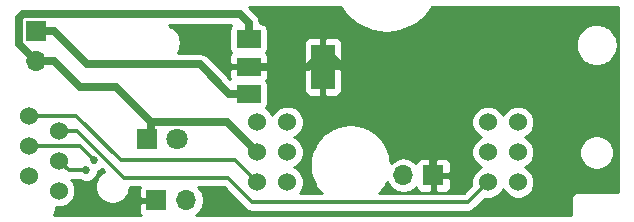
<source format=gtl>
G04 #@! TF.FileFunction,Copper,L1,Top,Signal*
%FSLAX46Y46*%
G04 Gerber Fmt 4.6, Leading zero omitted, Abs format (unit mm)*
G04 Created by KiCad (PCBNEW 4.0.7) date 03/23/18 08:01:55*
%MOMM*%
%LPD*%
G01*
G04 APERTURE LIST*
%ADD10C,0.127000*%
%ADD11R,1.700000X1.700000*%
%ADD12O,1.700000X1.700000*%
%ADD13C,1.524000*%
%ADD14R,2.000000X3.800000*%
%ADD15R,2.000000X1.500000*%
%ADD16R,1.800000X1.800000*%
%ADD17C,1.800000*%
%ADD18C,0.685800*%
%ADD19C,0.650000*%
%ADD20C,0.300000*%
%ADD21C,0.254000*%
G04 APERTURE END LIST*
D10*
D11*
X128753000Y-107137000D03*
D12*
X131293000Y-107137000D03*
D11*
X118542000Y-92786200D03*
D12*
X118542000Y-95326200D03*
D13*
X117958000Y-99949000D03*
X117958000Y-102489000D03*
X117958000Y-105029000D03*
X120498000Y-101219000D03*
X120498000Y-103759000D03*
X120498000Y-106299000D03*
D11*
X152197000Y-105004000D03*
D12*
X149657000Y-105004000D03*
D13*
X159360000Y-100508000D03*
X159360000Y-103048000D03*
X159360000Y-105588000D03*
X156820000Y-100508000D03*
X156820000Y-103048000D03*
X156820000Y-105588000D03*
X139827000Y-100508000D03*
X139827000Y-103048000D03*
X139827000Y-105588000D03*
X137287000Y-100508000D03*
X137287000Y-103048000D03*
X137287000Y-105588000D03*
D14*
X142850000Y-95808800D03*
D15*
X136550000Y-95808800D03*
X136550000Y-98108800D03*
X136550000Y-93508800D03*
D16*
X127940000Y-101956000D03*
D17*
X130480000Y-101956000D03*
D18*
X123505400Y-103733000D03*
X122812100Y-104592000D03*
D19*
X117112600Y-93896800D02*
X118542000Y-95326200D01*
X117112600Y-91657600D02*
X117112600Y-93896800D01*
X117413400Y-91356800D02*
X117112600Y-91657600D01*
X135798000Y-91356800D02*
X117413400Y-91356800D01*
X136550000Y-92108800D02*
X135798000Y-91356800D01*
X136550000Y-93508800D02*
X136550000Y-92108800D01*
X118542000Y-95326200D02*
X120042000Y-95326200D01*
X128274100Y-101621900D02*
X128274100Y-100471700D01*
X127940000Y-101956000D02*
X128274100Y-101621900D01*
X134710700Y-100471700D02*
X128274100Y-100471700D01*
X137287000Y-103048000D02*
X134710700Y-100471700D01*
X122252400Y-97536600D02*
X120042000Y-95326200D01*
X125339000Y-97536600D02*
X122252400Y-97536600D01*
X128274100Y-100471700D02*
X125339000Y-97536600D01*
X142850000Y-95808800D02*
X142850000Y-94533800D01*
X152197000Y-105004000D02*
X152197000Y-103504000D01*
X143226800Y-94533800D02*
X142850000Y-94533800D01*
X152197000Y-103504000D02*
X143226800Y-94533800D01*
X141575000Y-95808800D02*
X142850000Y-94533800D01*
X136550000Y-95808800D02*
X141575000Y-95808800D01*
D20*
X155098400Y-107309600D02*
X156820000Y-105588000D01*
X136846200Y-107309600D02*
X155098400Y-107309600D01*
X134788500Y-105251900D02*
X136846200Y-107309600D01*
X126041700Y-105251900D02*
X134788500Y-105251900D01*
X122008800Y-101219000D02*
X126041700Y-105251900D01*
X120498000Y-101219000D02*
X122008800Y-101219000D01*
X121913800Y-99949000D02*
X117958000Y-99949000D01*
X125711300Y-103746500D02*
X121913800Y-99949000D01*
X135445500Y-103746500D02*
X125711300Y-103746500D01*
X137287000Y-105588000D02*
X135445500Y-103746500D01*
X122261400Y-102489000D02*
X123505400Y-103733000D01*
X117958000Y-102489000D02*
X122261400Y-102489000D01*
X121331000Y-104592000D02*
X122812100Y-104592000D01*
X120498000Y-103759000D02*
X121331000Y-104592000D01*
D19*
X122873300Y-95617500D02*
X120042000Y-92786200D01*
X132408700Y-95617500D02*
X122873300Y-95617500D01*
X134900000Y-98108800D02*
X132408700Y-95617500D01*
X136550000Y-98108800D02*
X134900000Y-98108800D01*
X118542000Y-92786200D02*
X120042000Y-92786200D01*
D21*
G36*
X144753595Y-91356444D02*
X144821410Y-91424298D01*
X144881211Y-91499318D01*
X145710989Y-92200296D01*
X145794950Y-92246722D01*
X145873179Y-92302243D01*
X146864619Y-92746031D01*
X146958147Y-92767390D01*
X147048697Y-92799079D01*
X148124259Y-92950968D01*
X148220043Y-92945593D01*
X148315827Y-92950968D01*
X149391389Y-92799079D01*
X149481937Y-92767390D01*
X149575466Y-92746031D01*
X150566907Y-92302243D01*
X150645139Y-92246719D01*
X150729096Y-92200296D01*
X151558876Y-91499317D01*
X151618675Y-91424300D01*
X151686492Y-91356444D01*
X152086311Y-90757698D01*
X167835043Y-90757698D01*
X167835043Y-106387698D01*
X164520043Y-106387698D01*
X164257905Y-106439841D01*
X164035675Y-106588330D01*
X163887186Y-106810560D01*
X163835043Y-107072698D01*
X163835043Y-108387698D01*
X132086309Y-108387698D01*
X132343054Y-108216147D01*
X132664961Y-107734378D01*
X132778000Y-107166093D01*
X132778000Y-107107907D01*
X132664961Y-106539622D01*
X132343054Y-106057853D01*
X132311696Y-106036900D01*
X134463342Y-106036900D01*
X136291121Y-107864679D01*
X136545793Y-108034845D01*
X136846200Y-108094600D01*
X155098400Y-108094600D01*
X155398807Y-108034845D01*
X155653479Y-107864679D01*
X156535601Y-106982557D01*
X156540900Y-106984757D01*
X157096661Y-106985242D01*
X157610303Y-106773010D01*
X158003629Y-106380370D01*
X158089949Y-106172488D01*
X158174990Y-106378303D01*
X158567630Y-106771629D01*
X159080900Y-106984757D01*
X159636661Y-106985242D01*
X160150303Y-106773010D01*
X160543629Y-106380370D01*
X160756757Y-105867100D01*
X160757242Y-105311339D01*
X160545010Y-104797697D01*
X160152370Y-104404371D01*
X159944488Y-104318051D01*
X160150303Y-104233010D01*
X160543629Y-103840370D01*
X160756757Y-103327100D01*
X160757057Y-102983289D01*
X164540903Y-102983289D01*
X164546764Y-103072698D01*
X164540903Y-103162107D01*
X164568162Y-103369163D01*
X164596966Y-103454016D01*
X164614446Y-103541895D01*
X164694366Y-103734838D01*
X164744145Y-103809336D01*
X164783775Y-103889699D01*
X164910910Y-104055385D01*
X164978279Y-104114466D01*
X165037356Y-104181830D01*
X165203041Y-104308966D01*
X165283405Y-104348597D01*
X165357906Y-104398377D01*
X165550851Y-104478297D01*
X165638734Y-104495778D01*
X165723579Y-104524579D01*
X165930634Y-104551838D01*
X166020043Y-104545977D01*
X166109452Y-104551838D01*
X166316508Y-104524579D01*
X166401356Y-104495777D01*
X166489235Y-104478297D01*
X166682180Y-104398377D01*
X166756681Y-104348597D01*
X166837044Y-104308967D01*
X167002730Y-104181832D01*
X167061811Y-104114462D01*
X167129178Y-104055383D01*
X167256312Y-103889697D01*
X167295940Y-103809337D01*
X167345719Y-103734839D01*
X167425640Y-103541895D01*
X167443120Y-103454016D01*
X167471924Y-103369163D01*
X167499183Y-103162107D01*
X167493322Y-103072698D01*
X167499183Y-102983289D01*
X167475226Y-102801314D01*
X167475248Y-102775813D01*
X167455820Y-102728794D01*
X167443122Y-102691386D01*
X167425641Y-102603503D01*
X167345720Y-102410558D01*
X167295938Y-102336055D01*
X167281170Y-102306107D01*
X167257243Y-102248200D01*
X167228344Y-102219251D01*
X167129177Y-102090013D01*
X167061812Y-102030935D01*
X167002730Y-101963565D01*
X166876130Y-101866421D01*
X166853923Y-101844176D01*
X166839138Y-101838037D01*
X166837044Y-101836430D01*
X166756681Y-101796800D01*
X166682180Y-101747020D01*
X166489235Y-101667100D01*
X166401356Y-101649620D01*
X166316511Y-101620819D01*
X166109456Y-101593559D01*
X166020043Y-101599419D01*
X165930631Y-101593559D01*
X165723575Y-101620819D01*
X165638732Y-101649619D01*
X165550851Y-101667100D01*
X165357906Y-101747020D01*
X165283405Y-101796800D01*
X165203041Y-101836431D01*
X165037356Y-101963567D01*
X164978280Y-102030930D01*
X164910912Y-102090010D01*
X164783777Y-102255696D01*
X164744149Y-102336055D01*
X164694366Y-102410559D01*
X164614445Y-102603503D01*
X164596964Y-102691385D01*
X164568162Y-102776233D01*
X164540903Y-102983289D01*
X160757057Y-102983289D01*
X160757242Y-102771339D01*
X160545010Y-102257697D01*
X160152370Y-101864371D01*
X159944488Y-101778051D01*
X160150303Y-101693010D01*
X160543629Y-101300370D01*
X160756757Y-100787100D01*
X160757242Y-100231339D01*
X160545010Y-99717697D01*
X160152370Y-99324371D01*
X159639100Y-99111243D01*
X159083339Y-99110758D01*
X158569697Y-99322990D01*
X158176371Y-99715630D01*
X158090051Y-99923512D01*
X158005010Y-99717697D01*
X157612370Y-99324371D01*
X157099100Y-99111243D01*
X156543339Y-99110758D01*
X156029697Y-99322990D01*
X155636371Y-99715630D01*
X155423243Y-100228900D01*
X155422758Y-100784661D01*
X155634990Y-101298303D01*
X156027630Y-101691629D01*
X156235512Y-101777949D01*
X156029697Y-101862990D01*
X155636371Y-102255630D01*
X155423243Y-102768900D01*
X155422758Y-103324661D01*
X155634990Y-103838303D01*
X156027630Y-104231629D01*
X156235512Y-104317949D01*
X156029697Y-104402990D01*
X155636371Y-104795630D01*
X155423243Y-105308900D01*
X155422758Y-105864661D01*
X155425805Y-105872037D01*
X154773242Y-106524600D01*
X147612016Y-106524600D01*
X147658034Y-106484243D01*
X147749861Y-106364571D01*
X148041990Y-106072952D01*
X148151548Y-105809108D01*
X148184470Y-105759836D01*
X148273706Y-105544402D01*
X148285039Y-105601378D01*
X148606946Y-106083147D01*
X149088715Y-106405054D01*
X149657000Y-106518093D01*
X150225285Y-106405054D01*
X150707054Y-106083147D01*
X150736403Y-106039223D01*
X150808673Y-106213698D01*
X150987301Y-106392327D01*
X151220690Y-106489000D01*
X151911250Y-106489000D01*
X152070000Y-106330250D01*
X152070000Y-105131000D01*
X152324000Y-105131000D01*
X152324000Y-106330250D01*
X152482750Y-106489000D01*
X153173310Y-106489000D01*
X153406699Y-106392327D01*
X153585327Y-106213698D01*
X153682000Y-105980309D01*
X153682000Y-105289750D01*
X153523250Y-105131000D01*
X152324000Y-105131000D01*
X152070000Y-105131000D01*
X152050000Y-105131000D01*
X152050000Y-104877000D01*
X152070000Y-104877000D01*
X152070000Y-103677750D01*
X152324000Y-103677750D01*
X152324000Y-104877000D01*
X153523250Y-104877000D01*
X153682000Y-104718250D01*
X153682000Y-104027691D01*
X153585327Y-103794302D01*
X153406699Y-103615673D01*
X153173310Y-103519000D01*
X152482750Y-103519000D01*
X152324000Y-103677750D01*
X152070000Y-103677750D01*
X151911250Y-103519000D01*
X151220690Y-103519000D01*
X150987301Y-103615673D01*
X150808673Y-103794302D01*
X150736403Y-103968777D01*
X150707054Y-103924853D01*
X150225285Y-103602946D01*
X149657000Y-103489907D01*
X149088715Y-103602946D01*
X148606946Y-103924853D01*
X148588535Y-103952407D01*
X148559369Y-103730874D01*
X148559586Y-103482636D01*
X148511305Y-103365786D01*
X148505479Y-103321535D01*
X148476675Y-103236682D01*
X148459196Y-103148808D01*
X148184471Y-102485560D01*
X148134688Y-102411055D01*
X148095060Y-102330696D01*
X148070261Y-102298377D01*
X148045337Y-102238057D01*
X147952996Y-102145555D01*
X147658034Y-101761153D01*
X147590665Y-101702072D01*
X147531588Y-101634708D01*
X147153198Y-101344359D01*
X147093952Y-101285010D01*
X147054506Y-101268631D01*
X146962044Y-101197682D01*
X146881684Y-101158053D01*
X146807182Y-101108272D01*
X146143935Y-100833545D01*
X146056058Y-100816065D01*
X145971207Y-100787262D01*
X145859975Y-100772618D01*
X145850272Y-100768589D01*
X145829232Y-100768571D01*
X145259453Y-100693558D01*
X145170043Y-100699418D01*
X145080633Y-100693558D01*
X144519535Y-100767428D01*
X144503636Y-100767414D01*
X144496152Y-100770506D01*
X144368880Y-100787262D01*
X144284030Y-100816065D01*
X144196153Y-100833545D01*
X143532904Y-101108272D01*
X143458404Y-101158052D01*
X143378041Y-101197682D01*
X143279723Y-101273124D01*
X143259057Y-101281663D01*
X143227365Y-101313300D01*
X142808498Y-101634708D01*
X142749416Y-101702078D01*
X142682054Y-101761153D01*
X142365602Y-102173559D01*
X142306010Y-102233048D01*
X142289564Y-102272654D01*
X142245027Y-102330696D01*
X142205399Y-102411054D01*
X142155615Y-102485560D01*
X141880889Y-103148808D01*
X141863409Y-103236687D01*
X141834607Y-103321535D01*
X141825590Y-103390029D01*
X141789589Y-103476728D01*
X141789425Y-103664726D01*
X141740903Y-104033287D01*
X141746763Y-104122698D01*
X141740903Y-104212108D01*
X141788631Y-104574639D01*
X141788414Y-104823364D01*
X141856098Y-104987173D01*
X141863411Y-105008715D01*
X141880890Y-105096589D01*
X142155615Y-105759836D01*
X142205396Y-105834337D01*
X142209982Y-105843637D01*
X142302663Y-106067943D01*
X142561817Y-106327550D01*
X142682053Y-106484244D01*
X142728071Y-106524600D01*
X140866147Y-106524600D01*
X141010629Y-106380370D01*
X141223757Y-105867100D01*
X141224242Y-105311339D01*
X141012010Y-104797697D01*
X140619370Y-104404371D01*
X140411488Y-104318051D01*
X140617303Y-104233010D01*
X141010629Y-103840370D01*
X141223757Y-103327100D01*
X141224242Y-102771339D01*
X141012010Y-102257697D01*
X140619370Y-101864371D01*
X140411488Y-101778051D01*
X140617303Y-101693010D01*
X141010629Y-101300370D01*
X141223757Y-100787100D01*
X141224242Y-100231339D01*
X141012010Y-99717697D01*
X140619370Y-99324371D01*
X140106100Y-99111243D01*
X139550339Y-99110758D01*
X139036697Y-99322990D01*
X138643371Y-99715630D01*
X138557051Y-99923512D01*
X138472010Y-99717697D01*
X138079370Y-99324371D01*
X138017876Y-99298837D01*
X138146431Y-99110690D01*
X138197440Y-98858800D01*
X138197440Y-97358800D01*
X138153162Y-97123483D01*
X138047518Y-96959308D01*
X138088327Y-96918499D01*
X138185000Y-96685110D01*
X138185000Y-96094550D01*
X141215000Y-96094550D01*
X141215000Y-97835110D01*
X141311673Y-98068499D01*
X141490302Y-98247127D01*
X141723691Y-98343800D01*
X142564250Y-98343800D01*
X142723000Y-98185050D01*
X142723000Y-95935800D01*
X142977000Y-95935800D01*
X142977000Y-98185050D01*
X143135750Y-98343800D01*
X143976309Y-98343800D01*
X144209698Y-98247127D01*
X144388327Y-98068499D01*
X144485000Y-97835110D01*
X144485000Y-96094550D01*
X144326250Y-95935800D01*
X142977000Y-95935800D01*
X142723000Y-95935800D01*
X141373750Y-95935800D01*
X141215000Y-96094550D01*
X138185000Y-96094550D01*
X138026250Y-95935800D01*
X136677000Y-95935800D01*
X136677000Y-95955800D01*
X136423000Y-95955800D01*
X136423000Y-95935800D01*
X135073750Y-95935800D01*
X134915000Y-96094550D01*
X134915000Y-96685110D01*
X134972307Y-96823462D01*
X133087523Y-94938677D01*
X132776076Y-94730576D01*
X132408700Y-94657499D01*
X132408695Y-94657500D01*
X130539384Y-94657500D01*
X130553108Y-94639614D01*
X130592738Y-94559253D01*
X130642520Y-94484748D01*
X130732424Y-94267698D01*
X130749904Y-94179821D01*
X130778706Y-94094973D01*
X130809371Y-93862051D01*
X130803511Y-93772640D01*
X130809371Y-93683229D01*
X130778706Y-93450307D01*
X130749904Y-93365459D01*
X130732424Y-93277582D01*
X130642520Y-93060532D01*
X130592738Y-92986027D01*
X130553108Y-92905666D01*
X130410090Y-92719282D01*
X130342721Y-92660201D01*
X130283645Y-92592838D01*
X130097261Y-92449820D01*
X130016896Y-92410189D01*
X129942399Y-92360411D01*
X129837113Y-92316800D01*
X135083466Y-92316800D01*
X134953569Y-92506910D01*
X134902560Y-92758800D01*
X134902560Y-94258800D01*
X134946838Y-94494117D01*
X135052482Y-94658292D01*
X135011673Y-94699101D01*
X134915000Y-94932490D01*
X134915000Y-95523050D01*
X135073750Y-95681800D01*
X136423000Y-95681800D01*
X136423000Y-95661800D01*
X136677000Y-95661800D01*
X136677000Y-95681800D01*
X138026250Y-95681800D01*
X138185000Y-95523050D01*
X138185000Y-94932490D01*
X138088327Y-94699101D01*
X138046366Y-94657140D01*
X138146431Y-94510690D01*
X138197440Y-94258800D01*
X138197440Y-93782490D01*
X141215000Y-93782490D01*
X141215000Y-95523050D01*
X141373750Y-95681800D01*
X142723000Y-95681800D01*
X142723000Y-93432550D01*
X142977000Y-93432550D01*
X142977000Y-95681800D01*
X144326250Y-95681800D01*
X144485000Y-95523050D01*
X144485000Y-93883286D01*
X164240903Y-93883286D01*
X164246763Y-93972698D01*
X164240903Y-94062109D01*
X164253797Y-94160051D01*
X164253699Y-94272799D01*
X164275628Y-94325872D01*
X164278385Y-94346811D01*
X164307188Y-94431659D01*
X164324667Y-94519536D01*
X164434557Y-94784835D01*
X164484337Y-94859337D01*
X164523968Y-94939700D01*
X164698779Y-95167517D01*
X164766146Y-95226596D01*
X164825225Y-95293963D01*
X165053042Y-95468773D01*
X165133402Y-95508402D01*
X165207904Y-95558183D01*
X165473203Y-95668074D01*
X165561084Y-95685555D01*
X165645933Y-95714357D01*
X165930634Y-95751838D01*
X166020043Y-95745977D01*
X166109452Y-95751838D01*
X166394153Y-95714357D01*
X166479005Y-95685554D01*
X166566883Y-95668074D01*
X166832182Y-95558183D01*
X166906684Y-95508402D01*
X166987043Y-95468774D01*
X167214861Y-95293964D01*
X167273941Y-95226596D01*
X167341309Y-95167516D01*
X167516119Y-94939698D01*
X167555747Y-94859339D01*
X167605528Y-94784837D01*
X167715419Y-94519538D01*
X167732900Y-94431657D01*
X167761702Y-94346808D01*
X167799183Y-94062107D01*
X167793322Y-93972698D01*
X167799183Y-93883289D01*
X167761702Y-93598589D01*
X167732900Y-93513741D01*
X167715419Y-93425860D01*
X167605528Y-93160560D01*
X167555748Y-93086059D01*
X167516118Y-93005697D01*
X167341308Y-92777880D01*
X167273941Y-92718800D01*
X167214861Y-92651433D01*
X167001724Y-92487888D01*
X166973082Y-92459196D01*
X166885455Y-92422810D01*
X166832182Y-92387214D01*
X166566883Y-92277323D01*
X166505845Y-92265182D01*
X166335627Y-92194501D01*
X166115156Y-92194309D01*
X166109454Y-92193558D01*
X166098226Y-92194294D01*
X165939751Y-92194156D01*
X165930632Y-92193558D01*
X165926182Y-92194144D01*
X165645401Y-92193899D01*
X165007485Y-92457481D01*
X164518996Y-92945118D01*
X164254301Y-93582573D01*
X164254126Y-93782846D01*
X164240903Y-93883286D01*
X144485000Y-93883286D01*
X144485000Y-93782490D01*
X144388327Y-93549101D01*
X144209698Y-93370473D01*
X143976309Y-93273800D01*
X143135750Y-93273800D01*
X142977000Y-93432550D01*
X142723000Y-93432550D01*
X142564250Y-93273800D01*
X141723691Y-93273800D01*
X141490302Y-93370473D01*
X141311673Y-93549101D01*
X141215000Y-93782490D01*
X138197440Y-93782490D01*
X138197440Y-92758800D01*
X138153162Y-92523483D01*
X138014090Y-92307359D01*
X137801890Y-92162369D01*
X137550000Y-92111360D01*
X137510000Y-92111360D01*
X137510000Y-92108805D01*
X137510001Y-92108800D01*
X137436924Y-91741424D01*
X137425399Y-91724176D01*
X137228823Y-91429977D01*
X137228820Y-91429975D01*
X136556544Y-90757698D01*
X144353776Y-90757698D01*
X144753595Y-91356444D01*
X144753595Y-91356444D01*
G37*
X144753595Y-91356444D02*
X144821410Y-91424298D01*
X144881211Y-91499318D01*
X145710989Y-92200296D01*
X145794950Y-92246722D01*
X145873179Y-92302243D01*
X146864619Y-92746031D01*
X146958147Y-92767390D01*
X147048697Y-92799079D01*
X148124259Y-92950968D01*
X148220043Y-92945593D01*
X148315827Y-92950968D01*
X149391389Y-92799079D01*
X149481937Y-92767390D01*
X149575466Y-92746031D01*
X150566907Y-92302243D01*
X150645139Y-92246719D01*
X150729096Y-92200296D01*
X151558876Y-91499317D01*
X151618675Y-91424300D01*
X151686492Y-91356444D01*
X152086311Y-90757698D01*
X167835043Y-90757698D01*
X167835043Y-106387698D01*
X164520043Y-106387698D01*
X164257905Y-106439841D01*
X164035675Y-106588330D01*
X163887186Y-106810560D01*
X163835043Y-107072698D01*
X163835043Y-108387698D01*
X132086309Y-108387698D01*
X132343054Y-108216147D01*
X132664961Y-107734378D01*
X132778000Y-107166093D01*
X132778000Y-107107907D01*
X132664961Y-106539622D01*
X132343054Y-106057853D01*
X132311696Y-106036900D01*
X134463342Y-106036900D01*
X136291121Y-107864679D01*
X136545793Y-108034845D01*
X136846200Y-108094600D01*
X155098400Y-108094600D01*
X155398807Y-108034845D01*
X155653479Y-107864679D01*
X156535601Y-106982557D01*
X156540900Y-106984757D01*
X157096661Y-106985242D01*
X157610303Y-106773010D01*
X158003629Y-106380370D01*
X158089949Y-106172488D01*
X158174990Y-106378303D01*
X158567630Y-106771629D01*
X159080900Y-106984757D01*
X159636661Y-106985242D01*
X160150303Y-106773010D01*
X160543629Y-106380370D01*
X160756757Y-105867100D01*
X160757242Y-105311339D01*
X160545010Y-104797697D01*
X160152370Y-104404371D01*
X159944488Y-104318051D01*
X160150303Y-104233010D01*
X160543629Y-103840370D01*
X160756757Y-103327100D01*
X160757057Y-102983289D01*
X164540903Y-102983289D01*
X164546764Y-103072698D01*
X164540903Y-103162107D01*
X164568162Y-103369163D01*
X164596966Y-103454016D01*
X164614446Y-103541895D01*
X164694366Y-103734838D01*
X164744145Y-103809336D01*
X164783775Y-103889699D01*
X164910910Y-104055385D01*
X164978279Y-104114466D01*
X165037356Y-104181830D01*
X165203041Y-104308966D01*
X165283405Y-104348597D01*
X165357906Y-104398377D01*
X165550851Y-104478297D01*
X165638734Y-104495778D01*
X165723579Y-104524579D01*
X165930634Y-104551838D01*
X166020043Y-104545977D01*
X166109452Y-104551838D01*
X166316508Y-104524579D01*
X166401356Y-104495777D01*
X166489235Y-104478297D01*
X166682180Y-104398377D01*
X166756681Y-104348597D01*
X166837044Y-104308967D01*
X167002730Y-104181832D01*
X167061811Y-104114462D01*
X167129178Y-104055383D01*
X167256312Y-103889697D01*
X167295940Y-103809337D01*
X167345719Y-103734839D01*
X167425640Y-103541895D01*
X167443120Y-103454016D01*
X167471924Y-103369163D01*
X167499183Y-103162107D01*
X167493322Y-103072698D01*
X167499183Y-102983289D01*
X167475226Y-102801314D01*
X167475248Y-102775813D01*
X167455820Y-102728794D01*
X167443122Y-102691386D01*
X167425641Y-102603503D01*
X167345720Y-102410558D01*
X167295938Y-102336055D01*
X167281170Y-102306107D01*
X167257243Y-102248200D01*
X167228344Y-102219251D01*
X167129177Y-102090013D01*
X167061812Y-102030935D01*
X167002730Y-101963565D01*
X166876130Y-101866421D01*
X166853923Y-101844176D01*
X166839138Y-101838037D01*
X166837044Y-101836430D01*
X166756681Y-101796800D01*
X166682180Y-101747020D01*
X166489235Y-101667100D01*
X166401356Y-101649620D01*
X166316511Y-101620819D01*
X166109456Y-101593559D01*
X166020043Y-101599419D01*
X165930631Y-101593559D01*
X165723575Y-101620819D01*
X165638732Y-101649619D01*
X165550851Y-101667100D01*
X165357906Y-101747020D01*
X165283405Y-101796800D01*
X165203041Y-101836431D01*
X165037356Y-101963567D01*
X164978280Y-102030930D01*
X164910912Y-102090010D01*
X164783777Y-102255696D01*
X164744149Y-102336055D01*
X164694366Y-102410559D01*
X164614445Y-102603503D01*
X164596964Y-102691385D01*
X164568162Y-102776233D01*
X164540903Y-102983289D01*
X160757057Y-102983289D01*
X160757242Y-102771339D01*
X160545010Y-102257697D01*
X160152370Y-101864371D01*
X159944488Y-101778051D01*
X160150303Y-101693010D01*
X160543629Y-101300370D01*
X160756757Y-100787100D01*
X160757242Y-100231339D01*
X160545010Y-99717697D01*
X160152370Y-99324371D01*
X159639100Y-99111243D01*
X159083339Y-99110758D01*
X158569697Y-99322990D01*
X158176371Y-99715630D01*
X158090051Y-99923512D01*
X158005010Y-99717697D01*
X157612370Y-99324371D01*
X157099100Y-99111243D01*
X156543339Y-99110758D01*
X156029697Y-99322990D01*
X155636371Y-99715630D01*
X155423243Y-100228900D01*
X155422758Y-100784661D01*
X155634990Y-101298303D01*
X156027630Y-101691629D01*
X156235512Y-101777949D01*
X156029697Y-101862990D01*
X155636371Y-102255630D01*
X155423243Y-102768900D01*
X155422758Y-103324661D01*
X155634990Y-103838303D01*
X156027630Y-104231629D01*
X156235512Y-104317949D01*
X156029697Y-104402990D01*
X155636371Y-104795630D01*
X155423243Y-105308900D01*
X155422758Y-105864661D01*
X155425805Y-105872037D01*
X154773242Y-106524600D01*
X147612016Y-106524600D01*
X147658034Y-106484243D01*
X147749861Y-106364571D01*
X148041990Y-106072952D01*
X148151548Y-105809108D01*
X148184470Y-105759836D01*
X148273706Y-105544402D01*
X148285039Y-105601378D01*
X148606946Y-106083147D01*
X149088715Y-106405054D01*
X149657000Y-106518093D01*
X150225285Y-106405054D01*
X150707054Y-106083147D01*
X150736403Y-106039223D01*
X150808673Y-106213698D01*
X150987301Y-106392327D01*
X151220690Y-106489000D01*
X151911250Y-106489000D01*
X152070000Y-106330250D01*
X152070000Y-105131000D01*
X152324000Y-105131000D01*
X152324000Y-106330250D01*
X152482750Y-106489000D01*
X153173310Y-106489000D01*
X153406699Y-106392327D01*
X153585327Y-106213698D01*
X153682000Y-105980309D01*
X153682000Y-105289750D01*
X153523250Y-105131000D01*
X152324000Y-105131000D01*
X152070000Y-105131000D01*
X152050000Y-105131000D01*
X152050000Y-104877000D01*
X152070000Y-104877000D01*
X152070000Y-103677750D01*
X152324000Y-103677750D01*
X152324000Y-104877000D01*
X153523250Y-104877000D01*
X153682000Y-104718250D01*
X153682000Y-104027691D01*
X153585327Y-103794302D01*
X153406699Y-103615673D01*
X153173310Y-103519000D01*
X152482750Y-103519000D01*
X152324000Y-103677750D01*
X152070000Y-103677750D01*
X151911250Y-103519000D01*
X151220690Y-103519000D01*
X150987301Y-103615673D01*
X150808673Y-103794302D01*
X150736403Y-103968777D01*
X150707054Y-103924853D01*
X150225285Y-103602946D01*
X149657000Y-103489907D01*
X149088715Y-103602946D01*
X148606946Y-103924853D01*
X148588535Y-103952407D01*
X148559369Y-103730874D01*
X148559586Y-103482636D01*
X148511305Y-103365786D01*
X148505479Y-103321535D01*
X148476675Y-103236682D01*
X148459196Y-103148808D01*
X148184471Y-102485560D01*
X148134688Y-102411055D01*
X148095060Y-102330696D01*
X148070261Y-102298377D01*
X148045337Y-102238057D01*
X147952996Y-102145555D01*
X147658034Y-101761153D01*
X147590665Y-101702072D01*
X147531588Y-101634708D01*
X147153198Y-101344359D01*
X147093952Y-101285010D01*
X147054506Y-101268631D01*
X146962044Y-101197682D01*
X146881684Y-101158053D01*
X146807182Y-101108272D01*
X146143935Y-100833545D01*
X146056058Y-100816065D01*
X145971207Y-100787262D01*
X145859975Y-100772618D01*
X145850272Y-100768589D01*
X145829232Y-100768571D01*
X145259453Y-100693558D01*
X145170043Y-100699418D01*
X145080633Y-100693558D01*
X144519535Y-100767428D01*
X144503636Y-100767414D01*
X144496152Y-100770506D01*
X144368880Y-100787262D01*
X144284030Y-100816065D01*
X144196153Y-100833545D01*
X143532904Y-101108272D01*
X143458404Y-101158052D01*
X143378041Y-101197682D01*
X143279723Y-101273124D01*
X143259057Y-101281663D01*
X143227365Y-101313300D01*
X142808498Y-101634708D01*
X142749416Y-101702078D01*
X142682054Y-101761153D01*
X142365602Y-102173559D01*
X142306010Y-102233048D01*
X142289564Y-102272654D01*
X142245027Y-102330696D01*
X142205399Y-102411054D01*
X142155615Y-102485560D01*
X141880889Y-103148808D01*
X141863409Y-103236687D01*
X141834607Y-103321535D01*
X141825590Y-103390029D01*
X141789589Y-103476728D01*
X141789425Y-103664726D01*
X141740903Y-104033287D01*
X141746763Y-104122698D01*
X141740903Y-104212108D01*
X141788631Y-104574639D01*
X141788414Y-104823364D01*
X141856098Y-104987173D01*
X141863411Y-105008715D01*
X141880890Y-105096589D01*
X142155615Y-105759836D01*
X142205396Y-105834337D01*
X142209982Y-105843637D01*
X142302663Y-106067943D01*
X142561817Y-106327550D01*
X142682053Y-106484244D01*
X142728071Y-106524600D01*
X140866147Y-106524600D01*
X141010629Y-106380370D01*
X141223757Y-105867100D01*
X141224242Y-105311339D01*
X141012010Y-104797697D01*
X140619370Y-104404371D01*
X140411488Y-104318051D01*
X140617303Y-104233010D01*
X141010629Y-103840370D01*
X141223757Y-103327100D01*
X141224242Y-102771339D01*
X141012010Y-102257697D01*
X140619370Y-101864371D01*
X140411488Y-101778051D01*
X140617303Y-101693010D01*
X141010629Y-101300370D01*
X141223757Y-100787100D01*
X141224242Y-100231339D01*
X141012010Y-99717697D01*
X140619370Y-99324371D01*
X140106100Y-99111243D01*
X139550339Y-99110758D01*
X139036697Y-99322990D01*
X138643371Y-99715630D01*
X138557051Y-99923512D01*
X138472010Y-99717697D01*
X138079370Y-99324371D01*
X138017876Y-99298837D01*
X138146431Y-99110690D01*
X138197440Y-98858800D01*
X138197440Y-97358800D01*
X138153162Y-97123483D01*
X138047518Y-96959308D01*
X138088327Y-96918499D01*
X138185000Y-96685110D01*
X138185000Y-96094550D01*
X141215000Y-96094550D01*
X141215000Y-97835110D01*
X141311673Y-98068499D01*
X141490302Y-98247127D01*
X141723691Y-98343800D01*
X142564250Y-98343800D01*
X142723000Y-98185050D01*
X142723000Y-95935800D01*
X142977000Y-95935800D01*
X142977000Y-98185050D01*
X143135750Y-98343800D01*
X143976309Y-98343800D01*
X144209698Y-98247127D01*
X144388327Y-98068499D01*
X144485000Y-97835110D01*
X144485000Y-96094550D01*
X144326250Y-95935800D01*
X142977000Y-95935800D01*
X142723000Y-95935800D01*
X141373750Y-95935800D01*
X141215000Y-96094550D01*
X138185000Y-96094550D01*
X138026250Y-95935800D01*
X136677000Y-95935800D01*
X136677000Y-95955800D01*
X136423000Y-95955800D01*
X136423000Y-95935800D01*
X135073750Y-95935800D01*
X134915000Y-96094550D01*
X134915000Y-96685110D01*
X134972307Y-96823462D01*
X133087523Y-94938677D01*
X132776076Y-94730576D01*
X132408700Y-94657499D01*
X132408695Y-94657500D01*
X130539384Y-94657500D01*
X130553108Y-94639614D01*
X130592738Y-94559253D01*
X130642520Y-94484748D01*
X130732424Y-94267698D01*
X130749904Y-94179821D01*
X130778706Y-94094973D01*
X130809371Y-93862051D01*
X130803511Y-93772640D01*
X130809371Y-93683229D01*
X130778706Y-93450307D01*
X130749904Y-93365459D01*
X130732424Y-93277582D01*
X130642520Y-93060532D01*
X130592738Y-92986027D01*
X130553108Y-92905666D01*
X130410090Y-92719282D01*
X130342721Y-92660201D01*
X130283645Y-92592838D01*
X130097261Y-92449820D01*
X130016896Y-92410189D01*
X129942399Y-92360411D01*
X129837113Y-92316800D01*
X135083466Y-92316800D01*
X134953569Y-92506910D01*
X134902560Y-92758800D01*
X134902560Y-94258800D01*
X134946838Y-94494117D01*
X135052482Y-94658292D01*
X135011673Y-94699101D01*
X134915000Y-94932490D01*
X134915000Y-95523050D01*
X135073750Y-95681800D01*
X136423000Y-95681800D01*
X136423000Y-95661800D01*
X136677000Y-95661800D01*
X136677000Y-95681800D01*
X138026250Y-95681800D01*
X138185000Y-95523050D01*
X138185000Y-94932490D01*
X138088327Y-94699101D01*
X138046366Y-94657140D01*
X138146431Y-94510690D01*
X138197440Y-94258800D01*
X138197440Y-93782490D01*
X141215000Y-93782490D01*
X141215000Y-95523050D01*
X141373750Y-95681800D01*
X142723000Y-95681800D01*
X142723000Y-93432550D01*
X142977000Y-93432550D01*
X142977000Y-95681800D01*
X144326250Y-95681800D01*
X144485000Y-95523050D01*
X144485000Y-93883286D01*
X164240903Y-93883286D01*
X164246763Y-93972698D01*
X164240903Y-94062109D01*
X164253797Y-94160051D01*
X164253699Y-94272799D01*
X164275628Y-94325872D01*
X164278385Y-94346811D01*
X164307188Y-94431659D01*
X164324667Y-94519536D01*
X164434557Y-94784835D01*
X164484337Y-94859337D01*
X164523968Y-94939700D01*
X164698779Y-95167517D01*
X164766146Y-95226596D01*
X164825225Y-95293963D01*
X165053042Y-95468773D01*
X165133402Y-95508402D01*
X165207904Y-95558183D01*
X165473203Y-95668074D01*
X165561084Y-95685555D01*
X165645933Y-95714357D01*
X165930634Y-95751838D01*
X166020043Y-95745977D01*
X166109452Y-95751838D01*
X166394153Y-95714357D01*
X166479005Y-95685554D01*
X166566883Y-95668074D01*
X166832182Y-95558183D01*
X166906684Y-95508402D01*
X166987043Y-95468774D01*
X167214861Y-95293964D01*
X167273941Y-95226596D01*
X167341309Y-95167516D01*
X167516119Y-94939698D01*
X167555747Y-94859339D01*
X167605528Y-94784837D01*
X167715419Y-94519538D01*
X167732900Y-94431657D01*
X167761702Y-94346808D01*
X167799183Y-94062107D01*
X167793322Y-93972698D01*
X167799183Y-93883289D01*
X167761702Y-93598589D01*
X167732900Y-93513741D01*
X167715419Y-93425860D01*
X167605528Y-93160560D01*
X167555748Y-93086059D01*
X167516118Y-93005697D01*
X167341308Y-92777880D01*
X167273941Y-92718800D01*
X167214861Y-92651433D01*
X167001724Y-92487888D01*
X166973082Y-92459196D01*
X166885455Y-92422810D01*
X166832182Y-92387214D01*
X166566883Y-92277323D01*
X166505845Y-92265182D01*
X166335627Y-92194501D01*
X166115156Y-92194309D01*
X166109454Y-92193558D01*
X166098226Y-92194294D01*
X165939751Y-92194156D01*
X165930632Y-92193558D01*
X165926182Y-92194144D01*
X165645401Y-92193899D01*
X165007485Y-92457481D01*
X164518996Y-92945118D01*
X164254301Y-93582573D01*
X164254126Y-93782846D01*
X164240903Y-93883286D01*
X144485000Y-93883286D01*
X144485000Y-93782490D01*
X144388327Y-93549101D01*
X144209698Y-93370473D01*
X143976309Y-93273800D01*
X143135750Y-93273800D01*
X142977000Y-93432550D01*
X142723000Y-93432550D01*
X142564250Y-93273800D01*
X141723691Y-93273800D01*
X141490302Y-93370473D01*
X141311673Y-93549101D01*
X141215000Y-93782490D01*
X138197440Y-93782490D01*
X138197440Y-92758800D01*
X138153162Y-92523483D01*
X138014090Y-92307359D01*
X137801890Y-92162369D01*
X137550000Y-92111360D01*
X137510000Y-92111360D01*
X137510000Y-92108805D01*
X137510001Y-92108800D01*
X137436924Y-91741424D01*
X137425399Y-91724176D01*
X137228823Y-91429977D01*
X137228820Y-91429975D01*
X136556544Y-90757698D01*
X144353776Y-90757698D01*
X144753595Y-91356444D01*
G36*
X124339177Y-104659535D02*
X124283405Y-104696800D01*
X124219638Y-104728246D01*
X124194200Y-104738757D01*
X124174895Y-104758029D01*
X124037356Y-104863567D01*
X123978280Y-104930930D01*
X123910912Y-104990010D01*
X123807488Y-105124795D01*
X123790176Y-105142077D01*
X123785398Y-105153583D01*
X123783777Y-105155696D01*
X123744149Y-105236055D01*
X123694366Y-105310559D01*
X123614445Y-105503503D01*
X123596964Y-105591385D01*
X123568162Y-105676233D01*
X123540903Y-105883289D01*
X123546764Y-105972698D01*
X123540903Y-106062107D01*
X123568162Y-106269163D01*
X123596966Y-106354016D01*
X123614446Y-106441895D01*
X123694366Y-106634838D01*
X123744145Y-106709336D01*
X123783775Y-106789699D01*
X123910910Y-106955385D01*
X123978279Y-107014466D01*
X124037356Y-107081830D01*
X124203041Y-107208966D01*
X124283405Y-107248597D01*
X124357906Y-107298377D01*
X124550851Y-107378297D01*
X124638734Y-107395778D01*
X124723579Y-107424579D01*
X124930634Y-107451838D01*
X125020043Y-107445977D01*
X125109452Y-107451838D01*
X125316508Y-107424579D01*
X125401356Y-107395777D01*
X125489235Y-107378297D01*
X125682180Y-107298377D01*
X125756681Y-107248597D01*
X125837044Y-107208967D01*
X126002730Y-107081832D01*
X126061811Y-107014462D01*
X126129178Y-106955383D01*
X126256312Y-106789697D01*
X126295940Y-106709337D01*
X126345719Y-106634839D01*
X126425640Y-106441895D01*
X126443120Y-106354016D01*
X126471924Y-106269163D01*
X126499183Y-106062107D01*
X126497531Y-106036900D01*
X127319276Y-106036900D01*
X127268000Y-106160691D01*
X127268000Y-106851250D01*
X127426750Y-107010000D01*
X128626000Y-107010000D01*
X128626000Y-106990000D01*
X128880000Y-106990000D01*
X128880000Y-107010000D01*
X128900000Y-107010000D01*
X128900000Y-107264000D01*
X128880000Y-107264000D01*
X128880000Y-107284000D01*
X128626000Y-107284000D01*
X128626000Y-107264000D01*
X127426750Y-107264000D01*
X127268000Y-107422750D01*
X127268000Y-108113309D01*
X127364673Y-108346698D01*
X127405673Y-108387698D01*
X120048361Y-108387698D01*
X120229333Y-107951870D01*
X120229556Y-107695766D01*
X120774661Y-107696242D01*
X121288303Y-107484010D01*
X121681629Y-107091370D01*
X121894757Y-106578100D01*
X121895242Y-106022339D01*
X121683010Y-105508697D01*
X121551543Y-105377000D01*
X122213977Y-105377000D01*
X122257441Y-105420540D01*
X122616730Y-105569730D01*
X123005763Y-105570069D01*
X123365312Y-105421507D01*
X123640640Y-105146659D01*
X123789830Y-104787370D01*
X123789929Y-104673524D01*
X124058612Y-104562507D01*
X124150461Y-104470819D01*
X124339177Y-104659535D01*
X124339177Y-104659535D01*
G37*
X124339177Y-104659535D02*
X124283405Y-104696800D01*
X124219638Y-104728246D01*
X124194200Y-104738757D01*
X124174895Y-104758029D01*
X124037356Y-104863567D01*
X123978280Y-104930930D01*
X123910912Y-104990010D01*
X123807488Y-105124795D01*
X123790176Y-105142077D01*
X123785398Y-105153583D01*
X123783777Y-105155696D01*
X123744149Y-105236055D01*
X123694366Y-105310559D01*
X123614445Y-105503503D01*
X123596964Y-105591385D01*
X123568162Y-105676233D01*
X123540903Y-105883289D01*
X123546764Y-105972698D01*
X123540903Y-106062107D01*
X123568162Y-106269163D01*
X123596966Y-106354016D01*
X123614446Y-106441895D01*
X123694366Y-106634838D01*
X123744145Y-106709336D01*
X123783775Y-106789699D01*
X123910910Y-106955385D01*
X123978279Y-107014466D01*
X124037356Y-107081830D01*
X124203041Y-107208966D01*
X124283405Y-107248597D01*
X124357906Y-107298377D01*
X124550851Y-107378297D01*
X124638734Y-107395778D01*
X124723579Y-107424579D01*
X124930634Y-107451838D01*
X125020043Y-107445977D01*
X125109452Y-107451838D01*
X125316508Y-107424579D01*
X125401356Y-107395777D01*
X125489235Y-107378297D01*
X125682180Y-107298377D01*
X125756681Y-107248597D01*
X125837044Y-107208967D01*
X126002730Y-107081832D01*
X126061811Y-107014462D01*
X126129178Y-106955383D01*
X126256312Y-106789697D01*
X126295940Y-106709337D01*
X126345719Y-106634839D01*
X126425640Y-106441895D01*
X126443120Y-106354016D01*
X126471924Y-106269163D01*
X126499183Y-106062107D01*
X126497531Y-106036900D01*
X127319276Y-106036900D01*
X127268000Y-106160691D01*
X127268000Y-106851250D01*
X127426750Y-107010000D01*
X128626000Y-107010000D01*
X128626000Y-106990000D01*
X128880000Y-106990000D01*
X128880000Y-107010000D01*
X128900000Y-107010000D01*
X128900000Y-107264000D01*
X128880000Y-107264000D01*
X128880000Y-107284000D01*
X128626000Y-107284000D01*
X128626000Y-107264000D01*
X127426750Y-107264000D01*
X127268000Y-107422750D01*
X127268000Y-108113309D01*
X127364673Y-108346698D01*
X127405673Y-108387698D01*
X120048361Y-108387698D01*
X120229333Y-107951870D01*
X120229556Y-107695766D01*
X120774661Y-107696242D01*
X121288303Y-107484010D01*
X121681629Y-107091370D01*
X121894757Y-106578100D01*
X121895242Y-106022339D01*
X121683010Y-105508697D01*
X121551543Y-105377000D01*
X122213977Y-105377000D01*
X122257441Y-105420540D01*
X122616730Y-105569730D01*
X123005763Y-105570069D01*
X123365312Y-105421507D01*
X123640640Y-105146659D01*
X123789830Y-104787370D01*
X123789929Y-104673524D01*
X124058612Y-104562507D01*
X124150461Y-104470819D01*
X124339177Y-104659535D01*
M02*

</source>
